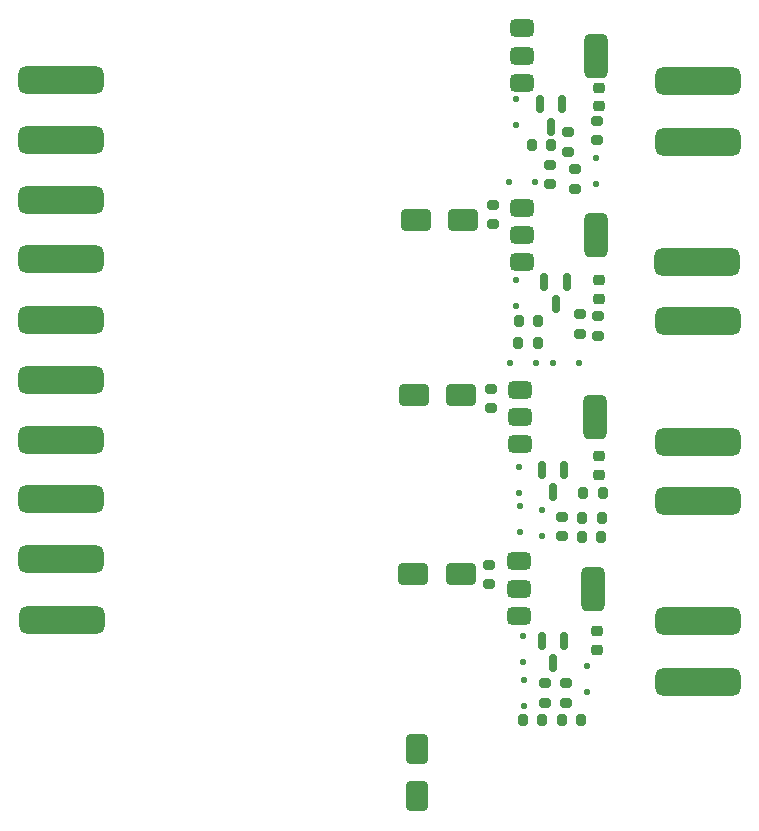
<source format=gbr>
%TF.GenerationSoftware,KiCad,Pcbnew,7.0.11*%
%TF.CreationDate,2024-11-29T15:02:49-05:00*%
%TF.ProjectId,14.1.5 - PMOS - PLC Connector Combined,31342e31-2e35-4202-9d20-504d4f53202d,rev?*%
%TF.SameCoordinates,Original*%
%TF.FileFunction,Paste,Top*%
%TF.FilePolarity,Positive*%
%FSLAX46Y46*%
G04 Gerber Fmt 4.6, Leading zero omitted, Abs format (unit mm)*
G04 Created by KiCad (PCBNEW 7.0.11) date 2024-11-29 15:02:49*
%MOMM*%
%LPD*%
G01*
G04 APERTURE LIST*
G04 Aperture macros list*
%AMRoundRect*
0 Rectangle with rounded corners*
0 $1 Rounding radius*
0 $2 $3 $4 $5 $6 $7 $8 $9 X,Y pos of 4 corners*
0 Add a 4 corners polygon primitive as box body*
4,1,4,$2,$3,$4,$5,$6,$7,$8,$9,$2,$3,0*
0 Add four circle primitives for the rounded corners*
1,1,$1+$1,$2,$3*
1,1,$1+$1,$4,$5*
1,1,$1+$1,$6,$7*
1,1,$1+$1,$8,$9*
0 Add four rect primitives between the rounded corners*
20,1,$1+$1,$2,$3,$4,$5,0*
20,1,$1+$1,$4,$5,$6,$7,0*
20,1,$1+$1,$6,$7,$8,$9,0*
20,1,$1+$1,$8,$9,$2,$3,0*%
G04 Aperture macros list end*
%ADD10RoundRect,0.375000X-0.625000X-0.375000X0.625000X-0.375000X0.625000X0.375000X-0.625000X0.375000X0*%
%ADD11RoundRect,0.500000X-0.500000X-1.400000X0.500000X-1.400000X0.500000X1.400000X-0.500000X1.400000X0*%
%ADD12RoundRect,0.200000X-0.275000X0.200000X-0.275000X-0.200000X0.275000X-0.200000X0.275000X0.200000X0*%
%ADD13RoundRect,0.125000X0.125000X-0.125000X0.125000X0.125000X-0.125000X0.125000X-0.125000X-0.125000X0*%
%ADD14RoundRect,0.572500X-3.045750X-0.572500X3.045750X-0.572500X3.045750X0.572500X-3.045750X0.572500X0*%
%ADD15RoundRect,0.200000X0.275000X-0.200000X0.275000X0.200000X-0.275000X0.200000X-0.275000X-0.200000X0*%
%ADD16RoundRect,0.218750X0.256250X-0.218750X0.256250X0.218750X-0.256250X0.218750X-0.256250X-0.218750X0*%
%ADD17RoundRect,0.125000X-0.125000X0.125000X-0.125000X-0.125000X0.125000X-0.125000X0.125000X0.125000X0*%
%ADD18RoundRect,0.200000X0.200000X0.275000X-0.200000X0.275000X-0.200000X-0.275000X0.200000X-0.275000X0*%
%ADD19RoundRect,0.250000X-0.650000X1.000000X-0.650000X-1.000000X0.650000X-1.000000X0.650000X1.000000X0*%
%ADD20RoundRect,0.150000X-0.150000X0.587500X-0.150000X-0.587500X0.150000X-0.587500X0.150000X0.587500X0*%
%ADD21RoundRect,0.200000X-0.200000X-0.275000X0.200000X-0.275000X0.200000X0.275000X-0.200000X0.275000X0*%
%ADD22RoundRect,0.250000X-1.000000X-0.650000X1.000000X-0.650000X1.000000X0.650000X-1.000000X0.650000X0*%
%ADD23RoundRect,0.125000X-0.125000X-0.125000X0.125000X-0.125000X0.125000X0.125000X-0.125000X0.125000X0*%
%ADD24RoundRect,0.125000X0.125000X0.125000X-0.125000X0.125000X-0.125000X-0.125000X0.125000X-0.125000X0*%
G04 APERTURE END LIST*
D10*
%TO.C,Q10*%
X113040000Y-112960000D03*
X113040000Y-115260000D03*
X113040000Y-117560000D03*
D11*
X119340000Y-115260000D03*
%TD*%
D10*
%TO.C,Q8*%
X113170000Y-98420000D03*
X113170000Y-100720000D03*
X113170000Y-103020000D03*
D11*
X119470000Y-100720000D03*
%TD*%
D10*
%TO.C,Q6*%
X113300000Y-83007500D03*
X113300000Y-85307500D03*
X113300000Y-87607500D03*
D11*
X119600000Y-85307500D03*
%TD*%
D10*
%TO.C,Q5*%
X113300000Y-67840000D03*
X113300000Y-70140000D03*
X113300000Y-72440000D03*
D11*
X119600000Y-70140000D03*
%TD*%
D12*
%TO.C,R3*%
X110880000Y-82750000D03*
X110880000Y-84400000D03*
%TD*%
%TO.C,R7*%
X110530000Y-113230000D03*
X110530000Y-114880000D03*
%TD*%
D13*
%TO.C,D13*%
X118840000Y-123980000D03*
X118840000Y-121780000D03*
%TD*%
D14*
%TO.C,J302*%
X128210000Y-118050000D03*
%TD*%
D15*
%TO.C,R17*%
X119660000Y-77310000D03*
X119660000Y-75660000D03*
%TD*%
D16*
%TO.C,D3*%
X119690000Y-120455000D03*
X119690000Y-118880000D03*
%TD*%
D14*
%TO.C,J310*%
X128240000Y-72320000D03*
%TD*%
D17*
%TO.C,D7*%
X115040000Y-108642500D03*
X115040000Y-110842500D03*
%TD*%
D15*
%TO.C,R5*%
X116700000Y-110840000D03*
X116700000Y-109190000D03*
%TD*%
D17*
%TO.C,D14*%
X113190000Y-108302500D03*
X113190000Y-110502500D03*
%TD*%
D18*
%TO.C,R21*%
X114685000Y-92570000D03*
X113035000Y-92570000D03*
%TD*%
%TO.C,R14*%
X120030000Y-110880000D03*
X118380000Y-110880000D03*
%TD*%
D14*
%TO.C,J210*%
X74278250Y-72187224D03*
%TD*%
D17*
%TO.C,D11*%
X113110000Y-104942500D03*
X113110000Y-107142500D03*
%TD*%
D16*
%TO.C,D1*%
X119820000Y-74437500D03*
X119820000Y-72862500D03*
%TD*%
D14*
%TO.C,J209*%
X74278250Y-77245000D03*
%TD*%
D12*
%TO.C,R6*%
X110680000Y-98335000D03*
X110680000Y-99985000D03*
%TD*%
D19*
%TO.C,D303*%
X104400000Y-128862500D03*
X104400000Y-132862500D03*
%TD*%
D20*
%TO.C,Q1*%
X116880000Y-119700000D03*
X114980000Y-119700000D03*
X115930000Y-121575000D03*
%TD*%
D21*
%TO.C,R18*%
X118415000Y-109310000D03*
X120065000Y-109310000D03*
%TD*%
D14*
%TO.C,J314*%
X128230000Y-102820000D03*
%TD*%
%TO.C,J311*%
X128260000Y-92650000D03*
%TD*%
%TO.C,J206*%
X74308250Y-92488334D03*
%TD*%
D13*
%TO.C,D6*%
X112830000Y-91357500D03*
X112830000Y-89157500D03*
%TD*%
D14*
%TO.C,J306*%
X128180000Y-87590000D03*
%TD*%
%TO.C,J307*%
X128230000Y-123140000D03*
%TD*%
D22*
%TO.C,D302*%
X104120000Y-113990000D03*
X108120000Y-113990000D03*
%TD*%
D21*
%TO.C,R12*%
X118520000Y-107180000D03*
X120170000Y-107180000D03*
%TD*%
D23*
%TO.C,D15*%
X112350000Y-96140000D03*
X114550000Y-96140000D03*
%TD*%
D14*
%TO.C,J202*%
X74298250Y-112799446D03*
%TD*%
%TO.C,J309*%
X128230000Y-77420000D03*
%TD*%
D20*
%TO.C,Q2*%
X116900000Y-105240000D03*
X115000000Y-105240000D03*
X115950000Y-107115000D03*
%TD*%
D13*
%TO.C,D5*%
X112800000Y-76017500D03*
X112800000Y-73817500D03*
%TD*%
D15*
%TO.C,R10*%
X119780000Y-93860000D03*
X119780000Y-92210000D03*
%TD*%
D14*
%TO.C,J203*%
X74308250Y-107721668D03*
%TD*%
D13*
%TO.C,D12*%
X113460000Y-125200000D03*
X113460000Y-123000000D03*
%TD*%
D21*
%TO.C,R20*%
X113020000Y-94460000D03*
X114670000Y-94460000D03*
%TD*%
%TO.C,R4*%
X114135000Y-77680000D03*
X115785000Y-77680000D03*
%TD*%
D14*
%TO.C,J315*%
X128210000Y-107880000D03*
%TD*%
%TO.C,J208*%
X74298250Y-82342778D03*
%TD*%
D22*
%TO.C,D301*%
X104160000Y-98860000D03*
X108160000Y-98860000D03*
%TD*%
D20*
%TO.C,Q3*%
X117120000Y-89315000D03*
X115220000Y-89315000D03*
X116170000Y-91190000D03*
%TD*%
D14*
%TO.C,J201*%
X74370000Y-117920000D03*
%TD*%
D18*
%TO.C,R8*%
X115040000Y-126430000D03*
X113390000Y-126430000D03*
%TD*%
D21*
%TO.C,R11*%
X116690000Y-126380000D03*
X118340000Y-126380000D03*
%TD*%
D24*
%TO.C,D10*%
X118160000Y-96160000D03*
X115960000Y-96160000D03*
%TD*%
D15*
%TO.C,R9*%
X117850000Y-81405000D03*
X117850000Y-79755000D03*
%TD*%
D16*
%TO.C,D4*%
X119820000Y-105625000D03*
X119820000Y-104050000D03*
%TD*%
D23*
%TO.C,D16*%
X112230000Y-80860000D03*
X114430000Y-80860000D03*
%TD*%
D15*
%TO.C,R19*%
X115260000Y-124935000D03*
X115260000Y-123285000D03*
%TD*%
D12*
%TO.C,R15*%
X118220000Y-92030000D03*
X118220000Y-93680000D03*
%TD*%
D22*
%TO.C,D309*%
X104360000Y-84070000D03*
X108360000Y-84070000D03*
%TD*%
D20*
%TO.C,Q4*%
X116710000Y-74272500D03*
X114810000Y-74272500D03*
X115760000Y-76147500D03*
%TD*%
D14*
%TO.C,J204*%
X74298250Y-102653890D03*
%TD*%
%TO.C,J207*%
X74308250Y-87400556D03*
%TD*%
%TO.C,J205*%
X74280000Y-97590000D03*
%TD*%
D13*
%TO.C,D8*%
X113450000Y-121457500D03*
X113450000Y-119257500D03*
%TD*%
D16*
%TO.C,D2*%
X119820000Y-90710000D03*
X119820000Y-89135000D03*
%TD*%
D12*
%TO.C,R13*%
X117040000Y-123265000D03*
X117040000Y-124915000D03*
%TD*%
D15*
%TO.C,R1*%
X115700000Y-81025000D03*
X115700000Y-79375000D03*
%TD*%
D13*
%TO.C,D9*%
X119590000Y-81010000D03*
X119590000Y-78810000D03*
%TD*%
D15*
%TO.C,R2*%
X117260000Y-78270000D03*
X117260000Y-76620000D03*
%TD*%
M02*

</source>
